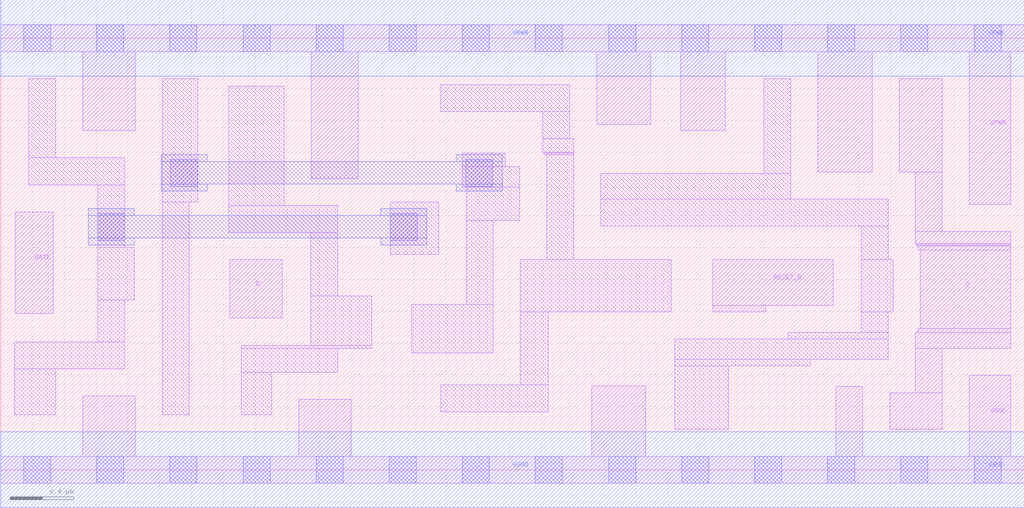
<source format=lef>
# Copyright 2020 The SkyWater PDK Authors
#
# Licensed under the Apache License, Version 2.0 (the "License");
# you may not use this file except in compliance with the License.
# You may obtain a copy of the License at
#
#     https://www.apache.org/licenses/LICENSE-2.0
#
# Unless required by applicable law or agreed to in writing, software
# distributed under the License is distributed on an "AS IS" BASIS,
# WITHOUT WARRANTIES OR CONDITIONS OF ANY KIND, either express or implied.
# See the License for the specific language governing permissions and
# limitations under the License.
#
# SPDX-License-Identifier: Apache-2.0

VERSION 5.7 ;
  NAMESCASESENSITIVE ON ;
  NOWIREEXTENSIONATPIN ON ;
  DIVIDERCHAR "/" ;
  BUSBITCHARS "[]" ;
UNITS
  DATABASE MICRONS 200 ;
END UNITS
MACRO sky130_fd_sc_hd__dlrtp_2
  CLASS CORE ;
  SOURCE USER ;
  FOREIGN sky130_fd_sc_hd__dlrtp_2 ;
  ORIGIN  0.000000  0.000000 ;
  SIZE  6.440000 BY  2.720000 ;
  SYMMETRY X Y R90 ;
  SITE unithd ;
  PIN D
    ANTENNAGATEAREA  0.159000 ;
    DIRECTION INPUT ;
    USE SIGNAL ;
    PORT
      LAYER li1 ;
        RECT 1.440000 0.955000 1.770000 1.325000 ;
    END
  END D
  PIN Q
    ANTENNADIFFAREA  0.480500 ;
    DIRECTION OUTPUT ;
    USE SIGNAL ;
    PORT
      LAYER li1 ;
        RECT 5.595000 0.255000 5.925000 0.485000 ;
        RECT 5.655000 1.875000 5.925000 2.465000 ;
        RECT 5.755000 0.485000 5.925000 0.765000 ;
        RECT 5.755000 0.765000 6.355000 0.865000 ;
        RECT 5.755000 1.425000 6.355000 1.500000 ;
        RECT 5.755000 1.500000 5.925000 1.875000 ;
        RECT 5.760000 1.415000 6.355000 1.425000 ;
        RECT 5.765000 1.410000 6.355000 1.415000 ;
        RECT 5.770000 0.865000 6.355000 0.890000 ;
        RECT 5.775000 1.385000 6.355000 1.410000 ;
        RECT 5.785000 0.890000 6.355000 1.385000 ;
    END
  END Q
  PIN RESET_B
    ANTENNAGATEAREA  0.247500 ;
    DIRECTION INPUT ;
    USE SIGNAL ;
    PORT
      LAYER li1 ;
        RECT 4.480000 0.995000 4.815000 1.035000 ;
        RECT 4.480000 1.035000 5.240000 1.325000 ;
    END
  END RESET_B
  PIN GATE
    ANTENNAGATEAREA  0.159000 ;
    DIRECTION INPUT ;
    USE CLOCK ;
    PORT
      LAYER li1 ;
        RECT 0.090000 0.985000 0.330000 1.625000 ;
    END
  END GATE
  PIN VGND
    DIRECTION INOUT ;
    SHAPE ABUTMENT ;
    USE GROUND ;
    PORT
      LAYER li1 ;
        RECT 0.000000 -0.085000 6.440000 0.085000 ;
        RECT 0.515000  0.085000 0.845000 0.465000 ;
        RECT 1.875000  0.085000 2.205000 0.445000 ;
        RECT 3.720000  0.085000 4.060000 0.530000 ;
        RECT 5.255000  0.085000 5.425000 0.525000 ;
        RECT 6.095000  0.085000 6.355000 0.595000 ;
      LAYER mcon ;
        RECT 0.145000 -0.085000 0.315000 0.085000 ;
        RECT 0.605000 -0.085000 0.775000 0.085000 ;
        RECT 1.065000 -0.085000 1.235000 0.085000 ;
        RECT 1.525000 -0.085000 1.695000 0.085000 ;
        RECT 1.985000 -0.085000 2.155000 0.085000 ;
        RECT 2.445000 -0.085000 2.615000 0.085000 ;
        RECT 2.905000 -0.085000 3.075000 0.085000 ;
        RECT 3.365000 -0.085000 3.535000 0.085000 ;
        RECT 3.825000 -0.085000 3.995000 0.085000 ;
        RECT 4.285000 -0.085000 4.455000 0.085000 ;
        RECT 4.745000 -0.085000 4.915000 0.085000 ;
        RECT 5.205000 -0.085000 5.375000 0.085000 ;
        RECT 5.665000 -0.085000 5.835000 0.085000 ;
        RECT 6.125000 -0.085000 6.295000 0.085000 ;
      LAYER met1 ;
        RECT 0.000000 -0.240000 6.440000 0.240000 ;
    END
  END VGND
  PIN VPWR
    DIRECTION INOUT ;
    SHAPE ABUTMENT ;
    USE POWER ;
    PORT
      LAYER li1 ;
        RECT 0.000000 2.635000 6.440000 2.805000 ;
        RECT 0.515000 2.135000 0.845000 2.635000 ;
        RECT 1.955000 1.835000 2.250000 2.635000 ;
        RECT 3.750000 2.175000 4.090000 2.635000 ;
        RECT 4.280000 2.135000 4.560000 2.635000 ;
        RECT 5.140000 1.875000 5.485000 2.635000 ;
        RECT 6.095000 1.670000 6.355000 2.635000 ;
      LAYER mcon ;
        RECT 0.145000 2.635000 0.315000 2.805000 ;
        RECT 0.605000 2.635000 0.775000 2.805000 ;
        RECT 1.065000 2.635000 1.235000 2.805000 ;
        RECT 1.525000 2.635000 1.695000 2.805000 ;
        RECT 1.985000 2.635000 2.155000 2.805000 ;
        RECT 2.445000 2.635000 2.615000 2.805000 ;
        RECT 2.905000 2.635000 3.075000 2.805000 ;
        RECT 3.365000 2.635000 3.535000 2.805000 ;
        RECT 3.825000 2.635000 3.995000 2.805000 ;
        RECT 4.285000 2.635000 4.455000 2.805000 ;
        RECT 4.745000 2.635000 4.915000 2.805000 ;
        RECT 5.205000 2.635000 5.375000 2.805000 ;
        RECT 5.665000 2.635000 5.835000 2.805000 ;
        RECT 6.125000 2.635000 6.295000 2.805000 ;
      LAYER met1 ;
        RECT 0.000000 2.480000 6.440000 2.960000 ;
    END
  END VPWR
  OBS
    LAYER li1 ;
      RECT 0.085000 0.345000 0.345000 0.635000 ;
      RECT 0.085000 0.635000 0.780000 0.805000 ;
      RECT 0.175000 1.795000 0.780000 1.965000 ;
      RECT 0.175000 1.965000 0.345000 2.465000 ;
      RECT 0.610000 0.805000 0.780000 1.070000 ;
      RECT 0.610000 1.070000 0.840000 1.400000 ;
      RECT 0.610000 1.400000 0.780000 1.795000 ;
      RECT 1.015000 0.345000 1.185000 1.685000 ;
      RECT 1.015000 1.685000 1.240000 2.465000 ;
      RECT 1.435000 1.495000 2.120000 1.665000 ;
      RECT 1.435000 1.665000 1.785000 2.415000 ;
      RECT 1.515000 0.345000 1.705000 0.615000 ;
      RECT 1.515000 0.615000 2.120000 0.765000 ;
      RECT 1.515000 0.765000 2.335000 0.785000 ;
      RECT 1.950000 0.785000 2.335000 1.095000 ;
      RECT 1.950000 1.095000 2.120000 1.495000 ;
      RECT 2.450000 1.355000 2.755000 1.685000 ;
      RECT 2.585000 0.735000 3.100000 1.040000 ;
      RECT 2.770000 0.365000 3.445000 0.535000 ;
      RECT 2.770000 2.255000 3.580000 2.425000 ;
      RECT 2.905000 1.780000 3.265000 1.910000 ;
      RECT 2.905000 1.910000 3.175000 1.995000 ;
      RECT 2.930000 1.040000 3.100000 1.570000 ;
      RECT 2.930000 1.570000 3.265000 1.780000 ;
      RECT 3.270000 0.535000 3.445000 0.995000 ;
      RECT 3.270000 0.995000 4.220000 1.325000 ;
      RECT 3.410000 2.000000 3.605000 2.085000 ;
      RECT 3.410000 2.085000 3.580000 2.255000 ;
      RECT 3.415000 1.995000 3.605000 2.000000 ;
      RECT 3.420000 1.985000 3.605000 1.995000 ;
      RECT 3.435000 1.325000 3.605000 1.985000 ;
      RECT 3.775000 1.535000 5.585000 1.705000 ;
      RECT 3.775000 1.705000 4.970000 1.865000 ;
      RECT 4.240000 0.255000 4.580000 0.655000 ;
      RECT 4.240000 0.655000 5.095000 0.695000 ;
      RECT 4.240000 0.695000 5.585000 0.825000 ;
      RECT 4.800000 1.865000 4.970000 2.465000 ;
      RECT 4.955000 0.825000 5.585000 0.865000 ;
      RECT 5.415000 0.865000 5.585000 0.995000 ;
      RECT 5.415000 0.995000 5.615000 1.325000 ;
      RECT 5.415000 1.325000 5.585000 1.535000 ;
    LAYER mcon ;
      RECT 0.610000 1.445000 0.780000 1.615000 ;
      RECT 1.070000 1.785000 1.240000 1.955000 ;
      RECT 2.450000 1.445000 2.620000 1.615000 ;
      RECT 2.925000 1.785000 3.095000 1.955000 ;
    LAYER met1 ;
      RECT 0.550000 1.415000 0.840000 1.460000 ;
      RECT 0.550000 1.460000 2.680000 1.600000 ;
      RECT 0.550000 1.600000 0.840000 1.645000 ;
      RECT 1.010000 1.755000 1.300000 1.800000 ;
      RECT 1.010000 1.800000 3.155000 1.940000 ;
      RECT 1.010000 1.940000 1.300000 1.985000 ;
      RECT 2.390000 1.415000 2.680000 1.460000 ;
      RECT 2.390000 1.600000 2.680000 1.645000 ;
      RECT 2.865000 1.755000 3.155000 1.800000 ;
      RECT 2.865000 1.940000 3.155000 1.985000 ;
  END
END sky130_fd_sc_hd__dlrtp_2

</source>
